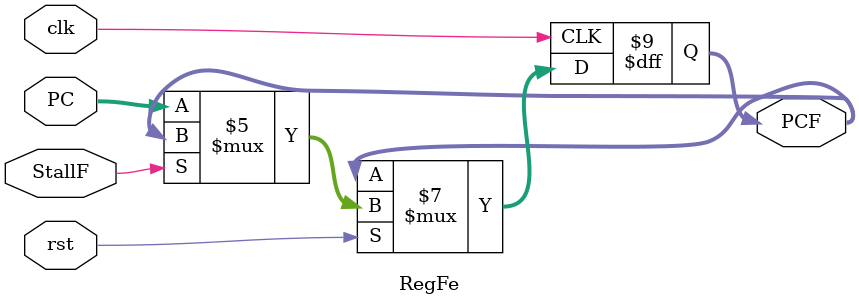
<source format=v>
module RegFe(clk, rst, StallF, PC, PCF);
input clk, rst, StallF;
input [31:0] PC;

output reg [31:0] PCF;

always @(posedge clk or negedge rst) begin
    if(!rst) begin

    end else if (!StallF)
        PCF <= PC;
end

initial begin
    PCF = 32'd0;
end
endmodule
</source>
